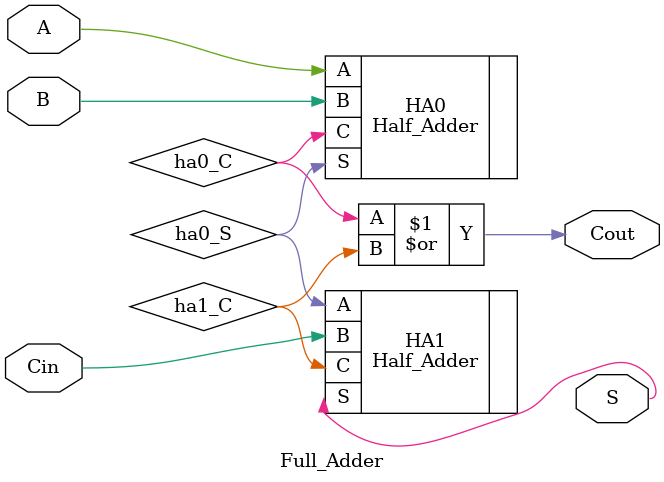
<source format=sv>
module Full_Adder(
	input logic A, B, Cin, 
	output logic S, Cout);

	  logic ha0_S, ha0_C, ha1_C;
  	  assign Cout= ha0_C | ha1_C;

  	Half_Adder HA0(.A(A), .B(B), .S(ha0_S), .C(ha0_C));
  	Half_Adder HA1(.A(ha0_S), .B(Cin), .S(S), .C(ha1_C));
endmodule
</source>
